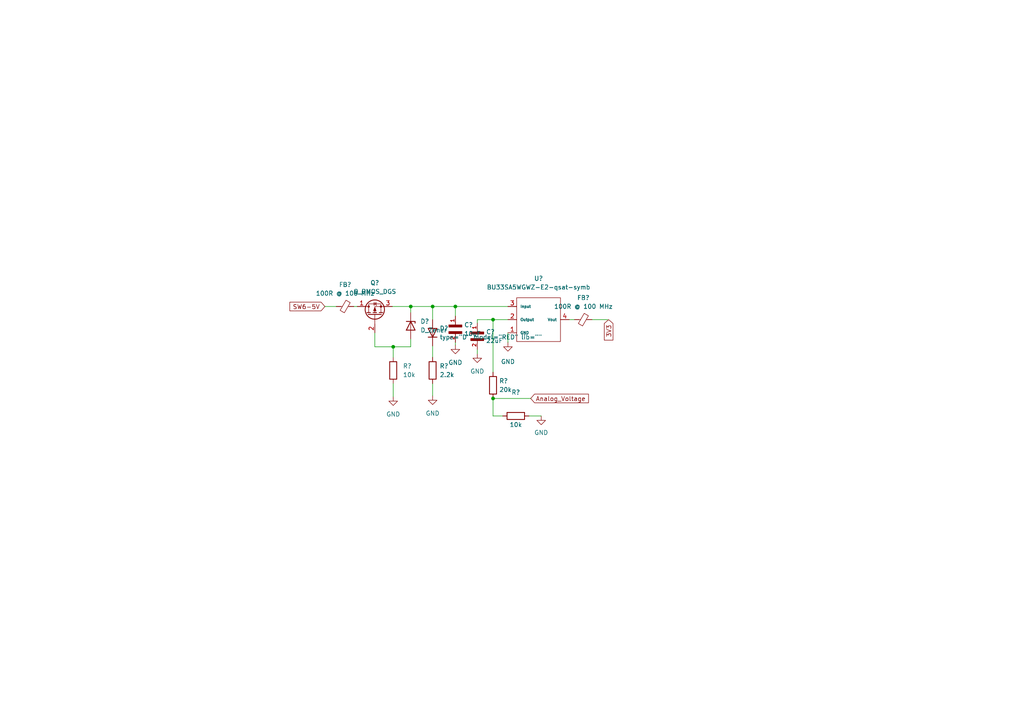
<source format=kicad_sch>
(kicad_sch (version 20211123) (generator eeschema)
  (paper "A4")
  (lib_symbols
    (symbol "Daughterboard_Symbols:CL10B104KB8NNNL" (pin_names (offset 1.016) hide)
      (property "Reference" "C" (at 0 3.81 0))
      (property "Value" "CL10B104KB8NNNL" (at 0 -5.08 0))
      (symbol "CL10B104KB8NNNL_0_0"
        (rectangle (start 0 -1.905) (end 0.635 1.905) (fill (type outline)))
        (rectangle (start 1.905 -1.905) (end 2.54 1.905) (fill (type outline)))
        (pin passive line (at -2.54 0 0) (length 2.54) (name "~") (number "1"))
        (pin passive line (at 5.08 0 180) (length 2.54) (name "~") (number "2"))
      )
    )
    (symbol "Device:D_Zener" (pin_numbers hide) (pin_names (offset 1.016) hide)
      (property "Reference" "D" (at 0 2.54 0))
      (property "Value" "D_Zener" (at 0 -2.54 0))
      (symbol "D_Zener_0_1"
        (polyline (pts (xy 1.27 0) (xy -1.27 0)))
        (polyline (pts (xy -1.27 -1.27) (xy -1.27 1.27) (xy -0.762 1.27)) (stroke (width 0.254)))
        (polyline (pts (xy 1.27 -1.27) (xy 1.27 1.27) (xy -1.27 0) (xy 1.27 -1.27)) (stroke (width 0.254)))
      )
      (symbol "D_Zener_1_1"
        (pin passive line (at -3.81 0 0) (length 2.54) (name "K") (number "1"))
        (pin passive line (at 3.81 0 180) (length 2.54) (name "A") (number "2"))
      )
    )
    (symbol "Device:FerriteBead_Small" (pin_numbers hide) (pin_names (offset 0))
      (property "Reference" "FB" (at 1.905 1.27 0))
      (property "Value" "FerriteBead_Small" (at 1.905 -1.27 0))
      (symbol "FerriteBead_Small_0_1"
        (polyline (pts (xy 0 -1.27) (xy 0 -0.7874)))
        (polyline (pts (xy 0 0.889) (xy 0 1.2954)))
        (polyline (pts (xy -1.8288 0.2794) (xy -1.1176 1.4986) (xy 1.8288 -0.2032) (xy 1.1176 -1.4224) (xy -1.8288 0.2794)))
      )
      (symbol "FerriteBead_Small_1_1"
        (pin passive line (at 0 2.54 270) (length 1.27) (name "~") (number "1"))
        (pin passive line (at 0 -2.54 90) (length 1.27) (name "~") (number "2"))
      )
    )
    (symbol "Device:Q_PMOS_DGS" (pin_names (offset 0) hide)
      (property "Reference" "Q" (at 5.08 1.27 0))
      (property "Value" "Q_PMOS_DGS" (at 5.08 -1.27 0))
      (symbol "Q_PMOS_DGS_0_1"
        (polyline (pts (xy 0.254 0) (xy -2.54 0)))
        (polyline (pts (xy 0.254 1.905) (xy 0.254 -1.905)) (stroke (width 0.254)))
        (polyline (pts (xy 0.762 -1.27) (xy 0.762 -2.286)) (stroke (width 0.254)))
        (polyline (pts (xy 0.762 0.508) (xy 0.762 -0.508)) (stroke (width 0.254)))
        (polyline (pts (xy 0.762 2.286) (xy 0.762 1.27)) (stroke (width 0.254)))
        (polyline (pts (xy 2.54 2.54) (xy 2.54 1.778)))
        (polyline (pts (xy 2.54 -2.54) (xy 2.54 0) (xy 0.762 0)))
        (polyline (pts (xy 0.762 1.778) (xy 3.302 1.778) (xy 3.302 -1.778) (xy 0.762 -1.778)))
        (polyline (pts (xy 2.286 0) (xy 1.27 0.381) (xy 1.27 -0.381) (xy 2.286 0)) (fill (type outline)))
        (polyline (pts (xy 2.794 -0.508) (xy 2.921 -0.381) (xy 3.683 -0.381) (xy 3.81 -0.254)))
        (polyline (pts (xy 3.302 -0.381) (xy 2.921 0.254) (xy 3.683 0.254) (xy 3.302 -0.381)))
        (circle (center 1.651 0) (radius 2.794) (stroke (width 0.254)))
        (circle (center 2.54 -1.778) (radius 0.254) (fill (type outline)))
        (circle (center 2.54 1.778) (radius 0.254) (fill (type outline)))
      )
      (symbol "Q_PMOS_DGS_1_1"
        (pin passive line (at 2.54 5.08 270) (length 2.54) (name "D") (number "1"))
        (pin input line (at -5.08 0 0) (length 2.54) (name "G") (number "2"))
        (pin passive line (at 2.54 -5.08 90) (length 2.54) (name "S") (number "3"))
      )
    )
    (symbol "Device:R" (pin_numbers hide) (pin_names (offset 0))
      (property "Reference" "R" (at 2.032 0 90))
      (property "Value" "R" (at 0 0 90))
      (symbol "R_0_1"
        (rectangle (start -1.016 -2.54) (end 1.016 2.54) (stroke (width 0.254)))
      )
      (symbol "R_1_1"
        (pin passive line (at 0 3.81 270) (length 1.27) (name "~") (number "1"))
        (pin passive line (at 0 -3.81 90) (length 1.27) (name "~") (number "2"))
      )
    )
    (symbol "Imported_OBC_Library:BU33SA5WGWZ-E2-qsat-symb" (pin_names (offset 1.016))
      (property "Reference" "U" (at 0 -16.51 0))
      (property "Value" "BU33SA5WGWZ-E2-qsat-symb" (at 0 15.24 0))
      (symbol "BU33SA5WGWZ-E2-qsat-symb_0_1"
        (rectangle (start -6.35 6.35) (end 6.35 -6.35))
      )
      (symbol "BU33SA5WGWZ-E2-qsat-symb_1_1"
        (pin output line (at 3.81 -8.89 90) (length 2.54) (name "GND") (number "1"))
        (pin output line (at 0 -8.89 90) (length 2.54) (name "Output") (number "2"))
        (pin input line (at -3.81 -8.89 90) (length 2.54) (name "Input") (number "3"))
        (pin output line (at 0 8.89 270) (length 2.54) (name "Vout") (number "4"))
      )
    )
    (symbol "Simulation_SPICE:DIODE" (pin_numbers hide) (pin_names (offset 1.016) hide)
      (property "Reference" "D" (at 0 2.54 0))
      (property "Value" "DIODE" (at 0 -2.54 0))
      (symbol "DIODE_0_1"
        (polyline (pts (xy 1.27 0) (xy -1.27 0)))
        (polyline (pts (xy 1.27 1.27) (xy 1.27 -1.27)) (stroke (width 0.254)))
        (polyline (pts (xy -1.27 -1.27) (xy -1.27 1.27) (xy 1.27 0) (xy -1.27 -1.27)) (stroke (width 0.254)))
      )
      (symbol "DIODE_1_1"
        (pin passive line (at -3.81 0 0) (length 2.54) (name "A") (number "1"))
        (pin passive line (at 3.81 0 180) (length 2.54) (name "K") (number "2"))
      )
    )
    (symbol "power:GND" (power) (pin_names (offset 0))
      (property "Value" "GND" (at 0 -3.81 0))
      (symbol "GND_0_1"
        (polyline (pts (xy 0 0) (xy 0 -1.27) (xy 1.27 -1.27) (xy 0 -2.54) (xy -1.27 -1.27) (xy 0 -1.27)))
      )
      (symbol "GND_1_1"
        (pin power_in line (at 0 0 270) (length 0) hide (name "GND") (number "1"))
      )
    )
  )
  (junction (at 143.002 115.57))
  (junction (at 114.046 100.584))
  (junction (at 132.08 88.9))
  (junction (at 125.476 88.9))
  (junction (at 143.002 92.71))
  (junction (at 119.126 88.9))
  (wire (pts (xy 147.32 92.71) (xy 143.002 92.71)))
  (wire (pts (xy 132.08 99.314) (xy 132.08 100.076)))
  (wire (pts (xy 143.002 115.57) (xy 153.924 115.57)))
  (wire (pts (xy 143.002 92.71) (xy 143.002 107.95)))
  (wire (pts (xy 143.002 92.71) (xy 138.43 92.71)))
  (wire (pts (xy 102.616 88.9) (xy 103.632 88.9)))
  (wire (pts (xy 125.476 100.33) (xy 125.476 103.632)))
  (wire (pts (xy 143.002 120.65) (xy 145.796 120.65)))
  (wire (pts (xy 125.476 88.9) (xy 132.08 88.9)))
  (wire (pts (xy 125.476 88.9) (xy 125.476 92.71)))
  (wire (pts (xy 176.276 92.71) (xy 171.704 92.71)))
  (wire (pts (xy 147.32 96.52) (xy 147.32 99.314)))
  (wire (pts (xy 143.002 115.57) (xy 143.002 120.65)))
  (wire (pts (xy 94.234 88.9) (xy 97.536 88.9)))
  (wire (pts (xy 153.416 120.65) (xy 156.972 120.65)))
  (wire (pts (xy 114.046 111.252) (xy 114.046 115.062)))
  (wire (pts (xy 125.476 111.252) (xy 125.476 114.808)))
  (wire (pts (xy 119.126 98.298) (xy 119.126 100.584)))
  (wire (pts (xy 138.43 101.346) (xy 138.43 102.616)))
  (wire (pts (xy 166.624 92.71) (xy 165.1 92.71)))
  (wire (pts (xy 138.43 92.71) (xy 138.43 93.726)))
  (wire (pts (xy 114.046 100.584) (xy 114.046 103.632)))
  (wire (pts (xy 132.08 88.9) (xy 147.32 88.9)))
  (wire (pts (xy 108.712 96.52) (xy 108.712 100.584)))
  (wire (pts (xy 119.126 88.9) (xy 125.476 88.9)))
  (wire (pts (xy 108.712 100.584) (xy 114.046 100.584)))
  (wire (pts (xy 132.08 88.9) (xy 132.08 91.694)))
  (wire (pts (xy 114.046 100.584) (xy 119.126 100.584)))
  (wire (pts (xy 119.126 88.9) (xy 119.126 90.678)))
  (wire (pts (xy 113.792 88.9) (xy 119.126 88.9)))
  (global_label "Analog_Voltage" (shape input) (at 153.924 115.57 0) (property "Intersheet References" "${INTERSHEET_REFS}" (effects hide)))
  (global_label "SW6-5V" (shape input) (at 94.234 88.9 180) (property "Intersheet References" "${INTERSHEET_REFS}" (effects hide)))
  (global_label "3V3" (shape input) (at 176.53 92.71 270) (property "Intersheet References" "${INTERSHEET_REFS}" (effects hide)))
  (symbol (lib_id "Device:D_Zener") (at 119.126 94.488 270) (unit 1)
    (property "Reference" "D?" (at 121.92 93.2179 90) (effects (justify left)))
    (property "Value" "D_Zener" (at 121.92 95.7579 90) (effects (justify left)))
    (property "Footprint" "STM32_Breakout:SOT91P240X110-3N" (effects hide))
  )
  (symbol (lib_id "Daughterboard_Symbols:CL10B104KB8NNNL") (at 138.43 96.266 270) (unit 1)
    (property "Reference" "C?" (at 140.97 96.2659 90) (effects (justify left)))
    (property "Value" "22uF" (at 140.97 98.8059 90) (effects (justify left)))
    (property "Footprint" "CAPC1608X90N" (effects hide))
  )
  (symbol (lib_id "Imported_OBC_Library:BU33SA5WGWZ-E2-qsat-symb") (at 156.21 92.71 270) (unit 1)
    (property "Reference" "U?" (at 156.21 80.772 90))
    (property "Value" "BU33SA5WGWZ-E2-qsat-symb" (at 156.21 83.312 90))
    (property "Footprint" "STM32_Breakout:BU33SA5WGWZ-E2" (effects hide))
  )
  (symbol (lib_id "power:GND") (at 138.43 102.616 0) (unit 1)
    (property "Reference" "#PWR?" (effects hide))
    (property "Value" "GND" (at 138.43 107.696 0))
  )
  (symbol (lib_id "Device:FerriteBead_Small") (at 100.076 88.9 270) (unit 1)
    (property "Reference" "FB?" (at 100.1141 82.55 90))
    (property "Value" "100R @ 100 MHz" (at 100.1141 85.09 90))
    (property "Footprint" "Daughterboard_footprints:BEADC1608X75N" (effects hide))
  )
  (symbol (lib_id "Device:R") (at 143.002 111.76 0) (unit 1)
    (property "Reference" "R?" (at 144.78 110.4899 0) (effects (justify left)))
    (property "Value" "20k" (at 144.78 113.0299 0) (effects (justify left)))
    (property "Footprint" "Daughterboard_footprints:RESC1608X55N" (effects hide))
  )
  (symbol (lib_id "power:GND") (at 156.972 120.65 0) (unit 1)
    (property "Reference" "#PWR?" (effects hide))
    (property "Value" "GND" (at 156.972 125.476 0))
  )
  (symbol (lib_id "power:GND") (at 132.08 100.076 0) (unit 1)
    (property "Reference" "#PWR?" (effects hide))
    (property "Value" "GND" (at 132.08 105.156 0))
  )
  (symbol (lib_id "Daughterboard_Symbols:CL10B104KB8NNNL") (at 132.08 94.234 270) (unit 1)
    (property "Reference" "C?" (at 134.62 94.2339 90) (effects (justify left)))
    (property "Value" "10uF" (at 134.62 96.7739 90) (effects (justify left)))
    (property "Footprint" "CAPC1608X90N" (effects hide))
  )
  (symbol (lib_id "Device:R") (at 114.046 107.442 0) (unit 1)
    (property "Reference" "R?" (at 116.84 106.1719 0) (effects (justify left)))
    (property "Value" "10k" (at 116.84 108.7119 0) (effects (justify left)))
    (property "Footprint" "Daughterboard_footprints:RESC1608X55N" (effects hide))
  )
  (symbol (lib_id "power:GND") (at 125.476 114.808 0) (unit 1)
    (property "Reference" "#PWR?" (effects hide))
    (property "Value" "GND" (at 125.476 119.888 0))
  )
  (symbol (lib_id "Device:Q_PMOS_DGS") (at 108.712 91.44 90) (unit 1)
    (property "Reference" "Q?" (at 108.712 82.042 90))
    (property "Value" "Q_PMOS_DGS" (at 108.712 84.582 90))
    (property "Footprint" "STM32_Breakout:SOT91P240X110-3N" (effects hide))
  )
  (symbol (lib_id "Device:R") (at 149.606 120.65 270) (unit 1)
    (property "Reference" "R?" (at 149.606 113.792 90))
    (property "Value" "10k" (at 149.606 123.19 90))
    (property "Footprint" "Daughterboard_footprints:RESC1608X55N" (effects hide))
  )
  (symbol (lib_id "power:GND") (at 114.046 115.062 0) (unit 1)
    (property "Reference" "#PWR?" (effects hide))
    (property "Value" "GND" (at 114.046 120.142 0))
  )
  (symbol (lib_id "Device:FerriteBead_Small") (at 169.164 92.71 270) (unit 1)
    (property "Reference" "FB?" (at 169.2021 86.36 90))
    (property "Value" "100R @ 100 MHz" (at 169.2021 88.9 90))
    (property "Footprint" "Daughterboard_footprints:BEADC1608X75N" (effects hide))
  )
  (symbol (lib_id "Device:R") (at 125.476 107.442 0) (unit 1)
    (property "Reference" "R?" (at 127.508 106.1719 0) (effects (justify left)))
    (property "Value" "2.2k" (at 127.508 108.7119 0) (effects (justify left)))
    (property "Footprint" "Daughterboard_footprints:RESC1608X55N" (effects hide))
  )
  (symbol (lib_id "Simulation_SPICE:DIODE") (at 125.476 96.52 270) (unit 1)
    (property "Reference" "D?" (at 127.508 95.2499 90) (effects (justify left)))
    (property "Value" "RED" (at 127.508 97.7899 90) (effects (justify left)))
    (property "Footprint" "Daughterboard_footprints:CAPC1608X90N" (effects hide))
    (property "Spice_Netlist_Enabled" "Y" (effects hide))
    (property "Spice_Primitive" "D" (effects hide))
  )
  (symbol (lib_id "power:GND") (at 147.32 99.314 0) (unit 1)
    (property "Reference" "#PWR?" (effects hide))
    (property "Value" "GND" (at 147.32 104.902 0))
  )
)
</source>
